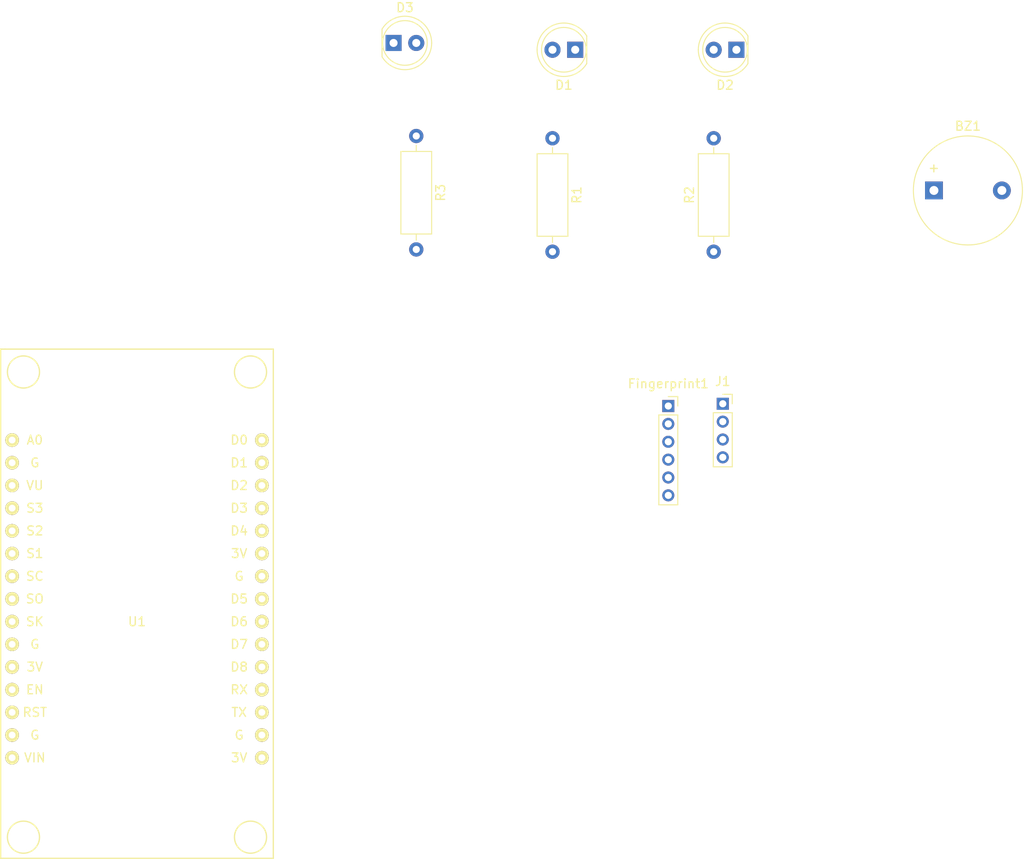
<source format=kicad_pcb>
(kicad_pcb (version 20171130) (host pcbnew "(5.1.2)-2")

  (general
    (thickness 1.6)
    (drawings 0)
    (tracks 0)
    (zones 0)
    (modules 10)
    (nets 34)
  )

  (page A4)
  (layers
    (0 F.Cu signal)
    (31 B.Cu signal)
    (32 B.Adhes user)
    (33 F.Adhes user)
    (34 B.Paste user)
    (35 F.Paste user)
    (36 B.SilkS user)
    (37 F.SilkS user)
    (38 B.Mask user)
    (39 F.Mask user)
    (40 Dwgs.User user)
    (41 Cmts.User user)
    (42 Eco1.User user)
    (43 Eco2.User user)
    (44 Edge.Cuts user)
    (45 Margin user)
    (46 B.CrtYd user)
    (47 F.CrtYd user)
    (48 B.Fab user)
    (49 F.Fab user)
  )

  (setup
    (last_trace_width 0.25)
    (trace_clearance 0.2)
    (zone_clearance 0.508)
    (zone_45_only no)
    (trace_min 0.2)
    (via_size 0.8)
    (via_drill 0.4)
    (via_min_size 0.4)
    (via_min_drill 0.3)
    (uvia_size 0.3)
    (uvia_drill 0.1)
    (uvias_allowed no)
    (uvia_min_size 0.2)
    (uvia_min_drill 0.1)
    (edge_width 0.05)
    (segment_width 0.2)
    (pcb_text_width 0.3)
    (pcb_text_size 1.5 1.5)
    (mod_edge_width 0.12)
    (mod_text_size 1 1)
    (mod_text_width 0.15)
    (pad_size 1.524 1.524)
    (pad_drill 0.762)
    (pad_to_mask_clearance 0.051)
    (solder_mask_min_width 0.25)
    (aux_axis_origin 0 0)
    (visible_elements 7FFFFFFF)
    (pcbplotparams
      (layerselection 0x010fc_ffffffff)
      (usegerberextensions false)
      (usegerberattributes false)
      (usegerberadvancedattributes false)
      (creategerberjobfile false)
      (excludeedgelayer true)
      (linewidth 0.100000)
      (plotframeref false)
      (viasonmask false)
      (mode 1)
      (useauxorigin false)
      (hpglpennumber 1)
      (hpglpenspeed 20)
      (hpglpendiameter 15.000000)
      (psnegative false)
      (psa4output false)
      (plotreference true)
      (plotvalue true)
      (plotinvisibletext false)
      (padsonsilk false)
      (subtractmaskfromsilk false)
      (outputformat 1)
      (mirror false)
      (drillshape 1)
      (scaleselection 1)
      (outputdirectory ""))
  )

  (net 0 "")
  (net 1 "Net-(BZ1-Pad1)")
  (net 2 "Net-(D1-Pad2)")
  (net 3 "Net-(D2-Pad2)")
  (net 4 "Net-(D3-Pad2)")
  (net 5 "Net-(Fingerprint1-Pad5)")
  (net 6 "Net-(Fingerprint1-Pad3)")
  (net 7 "Net-(Fingerprint1-Pad2)")
  (net 8 "Net-(R1-Pad2)")
  (net 9 "Net-(R2-Pad1)")
  (net 10 "Net-(R3-Pad2)")
  (net 11 "Net-(BZ1-Pad2)")
  (net 12 "Net-(Fingerprint1-Pad4)")
  (net 13 "Net-(U1-Pad1)")
  (net 14 "Net-(U1-Pad2)")
  (net 15 "Net-(U1-Pad3)")
  (net 16 "Net-(U1-Pad4)")
  (net 17 "Net-(U1-Pad5)")
  (net 18 "Net-(U1-Pad6)")
  (net 19 "Net-(U1-Pad7)")
  (net 20 "Net-(U1-Pad8)")
  (net 21 "Net-(U1-Pad9)")
  (net 22 "Net-(U1-Pad10)")
  (net 23 "Net-(U1-Pad11)")
  (net 24 "Net-(U1-Pad12)")
  (net 25 "Net-(U1-Pad13)")
  (net 26 "Net-(U1-Pad14)")
  (net 27 "Net-(U1-Pad15)")
  (net 28 "Net-(U1-Pad17)")
  (net 29 "Net-(U1-Pad27)")
  (net 30 "Net-(U1-Pad30)")
  (net 31 "Net-(J1-Pad4)")
  (net 32 "Net-(J1-Pad3)")
  (net 33 "Net-(J1-Pad2)")

  (net_class Default "Это класс цепей по умолчанию."
    (clearance 0.2)
    (trace_width 0.25)
    (via_dia 0.8)
    (via_drill 0.4)
    (uvia_dia 0.3)
    (uvia_drill 0.1)
    (add_net "Net-(J1-Pad2)")
    (add_net "Net-(J1-Pad3)")
    (add_net "Net-(J1-Pad4)")
  )

  (net_class Lit ""
    (clearance 0.2)
    (trace_width 0.4)
    (via_dia 1.2)
    (via_drill 0.8)
    (uvia_dia 0.3)
    (uvia_drill 0.1)
    (add_net "Net-(BZ1-Pad1)")
    (add_net "Net-(BZ1-Pad2)")
    (add_net "Net-(D1-Pad2)")
    (add_net "Net-(D2-Pad2)")
    (add_net "Net-(D3-Pad2)")
    (add_net "Net-(Fingerprint1-Pad2)")
    (add_net "Net-(Fingerprint1-Pad3)")
    (add_net "Net-(Fingerprint1-Pad4)")
    (add_net "Net-(Fingerprint1-Pad5)")
    (add_net "Net-(R1-Pad2)")
    (add_net "Net-(R2-Pad1)")
    (add_net "Net-(R3-Pad2)")
    (add_net "Net-(U1-Pad1)")
    (add_net "Net-(U1-Pad10)")
    (add_net "Net-(U1-Pad11)")
    (add_net "Net-(U1-Pad12)")
    (add_net "Net-(U1-Pad13)")
    (add_net "Net-(U1-Pad14)")
    (add_net "Net-(U1-Pad15)")
    (add_net "Net-(U1-Pad17)")
    (add_net "Net-(U1-Pad2)")
    (add_net "Net-(U1-Pad27)")
    (add_net "Net-(U1-Pad3)")
    (add_net "Net-(U1-Pad30)")
    (add_net "Net-(U1-Pad4)")
    (add_net "Net-(U1-Pad5)")
    (add_net "Net-(U1-Pad6)")
    (add_net "Net-(U1-Pad7)")
    (add_net "Net-(U1-Pad8)")
    (add_net "Net-(U1-Pad9)")
  )

  (module Resistor_THT:R_Axial_DIN0309_L9.0mm_D3.2mm_P12.70mm_Horizontal (layer F.Cu) (tedit 5AE5139B) (tstamp 5D249161)
    (at 61.722 47.498 270)
    (descr "Resistor, Axial_DIN0309 series, Axial, Horizontal, pin pitch=12.7mm, 0.5W = 1/2W, length*diameter=9*3.2mm^2, http://cdn-reichelt.de/documents/datenblatt/B400/1_4W%23YAG.pdf")
    (tags "Resistor Axial_DIN0309 series Axial Horizontal pin pitch 12.7mm 0.5W = 1/2W length 9mm diameter 3.2mm")
    (path /5D14D318)
    (fp_text reference R3 (at 6.35 -2.72 90) (layer F.SilkS)
      (effects (font (size 1 1) (thickness 0.15)))
    )
    (fp_text value R200 (at 6.35 2.72 90) (layer F.Fab)
      (effects (font (size 1 1) (thickness 0.15)))
    )
    (fp_text user %R (at 6.35 0 90) (layer F.Fab)
      (effects (font (size 1 1) (thickness 0.15)))
    )
    (fp_line (start 13.75 -1.85) (end -1.05 -1.85) (layer F.CrtYd) (width 0.05))
    (fp_line (start 13.75 1.85) (end 13.75 -1.85) (layer F.CrtYd) (width 0.05))
    (fp_line (start -1.05 1.85) (end 13.75 1.85) (layer F.CrtYd) (width 0.05))
    (fp_line (start -1.05 -1.85) (end -1.05 1.85) (layer F.CrtYd) (width 0.05))
    (fp_line (start 11.66 0) (end 10.97 0) (layer F.SilkS) (width 0.12))
    (fp_line (start 1.04 0) (end 1.73 0) (layer F.SilkS) (width 0.12))
    (fp_line (start 10.97 -1.72) (end 1.73 -1.72) (layer F.SilkS) (width 0.12))
    (fp_line (start 10.97 1.72) (end 10.97 -1.72) (layer F.SilkS) (width 0.12))
    (fp_line (start 1.73 1.72) (end 10.97 1.72) (layer F.SilkS) (width 0.12))
    (fp_line (start 1.73 -1.72) (end 1.73 1.72) (layer F.SilkS) (width 0.12))
    (fp_line (start 12.7 0) (end 10.85 0) (layer F.Fab) (width 0.1))
    (fp_line (start 0 0) (end 1.85 0) (layer F.Fab) (width 0.1))
    (fp_line (start 10.85 -1.6) (end 1.85 -1.6) (layer F.Fab) (width 0.1))
    (fp_line (start 10.85 1.6) (end 10.85 -1.6) (layer F.Fab) (width 0.1))
    (fp_line (start 1.85 1.6) (end 10.85 1.6) (layer F.Fab) (width 0.1))
    (fp_line (start 1.85 -1.6) (end 1.85 1.6) (layer F.Fab) (width 0.1))
    (pad 2 thru_hole oval (at 12.7 0 270) (size 1.6 1.6) (drill 0.8) (layers *.Cu *.Mask)
      (net 10 "Net-(R3-Pad2)"))
    (pad 1 thru_hole circle (at 0 0 270) (size 1.6 1.6) (drill 0.8) (layers *.Cu *.Mask)
      (net 4 "Net-(D3-Pad2)"))
    (model ${KISYS3DMOD}/Resistor_THT.3dshapes/R_Axial_DIN0309_L9.0mm_D3.2mm_P12.70mm_Horizontal.wrl
      (at (xyz 0 0 0))
      (scale (xyz 1 1 1))
      (rotate (xyz 0 0 0))
    )
  )

  (module Resistor_THT:R_Axial_DIN0309_L9.0mm_D3.2mm_P12.70mm_Horizontal (layer F.Cu) (tedit 5AE5139B) (tstamp 5D24914A)
    (at 94.996 60.452 90)
    (descr "Resistor, Axial_DIN0309 series, Axial, Horizontal, pin pitch=12.7mm, 0.5W = 1/2W, length*diameter=9*3.2mm^2, http://cdn-reichelt.de/documents/datenblatt/B400/1_4W%23YAG.pdf")
    (tags "Resistor Axial_DIN0309 series Axial Horizontal pin pitch 12.7mm 0.5W = 1/2W length 9mm diameter 3.2mm")
    (path /5D14C383)
    (fp_text reference R2 (at 6.35 -2.72 90) (layer F.SilkS)
      (effects (font (size 1 1) (thickness 0.15)))
    )
    (fp_text value R200 (at 6.35 2.72 90) (layer F.Fab)
      (effects (font (size 1 1) (thickness 0.15)))
    )
    (fp_text user %R (at 6.35 0 90) (layer F.Fab)
      (effects (font (size 1 1) (thickness 0.15)))
    )
    (fp_line (start 13.75 -1.85) (end -1.05 -1.85) (layer F.CrtYd) (width 0.05))
    (fp_line (start 13.75 1.85) (end 13.75 -1.85) (layer F.CrtYd) (width 0.05))
    (fp_line (start -1.05 1.85) (end 13.75 1.85) (layer F.CrtYd) (width 0.05))
    (fp_line (start -1.05 -1.85) (end -1.05 1.85) (layer F.CrtYd) (width 0.05))
    (fp_line (start 11.66 0) (end 10.97 0) (layer F.SilkS) (width 0.12))
    (fp_line (start 1.04 0) (end 1.73 0) (layer F.SilkS) (width 0.12))
    (fp_line (start 10.97 -1.72) (end 1.73 -1.72) (layer F.SilkS) (width 0.12))
    (fp_line (start 10.97 1.72) (end 10.97 -1.72) (layer F.SilkS) (width 0.12))
    (fp_line (start 1.73 1.72) (end 10.97 1.72) (layer F.SilkS) (width 0.12))
    (fp_line (start 1.73 -1.72) (end 1.73 1.72) (layer F.SilkS) (width 0.12))
    (fp_line (start 12.7 0) (end 10.85 0) (layer F.Fab) (width 0.1))
    (fp_line (start 0 0) (end 1.85 0) (layer F.Fab) (width 0.1))
    (fp_line (start 10.85 -1.6) (end 1.85 -1.6) (layer F.Fab) (width 0.1))
    (fp_line (start 10.85 1.6) (end 10.85 -1.6) (layer F.Fab) (width 0.1))
    (fp_line (start 1.85 1.6) (end 10.85 1.6) (layer F.Fab) (width 0.1))
    (fp_line (start 1.85 -1.6) (end 1.85 1.6) (layer F.Fab) (width 0.1))
    (pad 2 thru_hole oval (at 12.7 0 90) (size 1.6 1.6) (drill 0.8) (layers *.Cu *.Mask)
      (net 3 "Net-(D2-Pad2)"))
    (pad 1 thru_hole circle (at 0 0 90) (size 1.6 1.6) (drill 0.8) (layers *.Cu *.Mask)
      (net 9 "Net-(R2-Pad1)"))
    (model ${KISYS3DMOD}/Resistor_THT.3dshapes/R_Axial_DIN0309_L9.0mm_D3.2mm_P12.70mm_Horizontal.wrl
      (at (xyz 0 0 0))
      (scale (xyz 1 1 1))
      (rotate (xyz 0 0 0))
    )
  )

  (module Resistor_THT:R_Axial_DIN0309_L9.0mm_D3.2mm_P12.70mm_Horizontal (layer F.Cu) (tedit 5AE5139B) (tstamp 5D249133)
    (at 76.962 47.752 270)
    (descr "Resistor, Axial_DIN0309 series, Axial, Horizontal, pin pitch=12.7mm, 0.5W = 1/2W, length*diameter=9*3.2mm^2, http://cdn-reichelt.de/documents/datenblatt/B400/1_4W%23YAG.pdf")
    (tags "Resistor Axial_DIN0309 series Axial Horizontal pin pitch 12.7mm 0.5W = 1/2W length 9mm diameter 3.2mm")
    (path /5D14CAD3)
    (fp_text reference R1 (at 6.35 -2.72 90) (layer F.SilkS)
      (effects (font (size 1 1) (thickness 0.15)))
    )
    (fp_text value R200 (at 6.35 2.72 90) (layer F.Fab)
      (effects (font (size 1 1) (thickness 0.15)))
    )
    (fp_text user %R (at 6.35 0 270) (layer F.Fab)
      (effects (font (size 1 1) (thickness 0.15)))
    )
    (fp_line (start 13.75 -1.85) (end -1.05 -1.85) (layer F.CrtYd) (width 0.05))
    (fp_line (start 13.75 1.85) (end 13.75 -1.85) (layer F.CrtYd) (width 0.05))
    (fp_line (start -1.05 1.85) (end 13.75 1.85) (layer F.CrtYd) (width 0.05))
    (fp_line (start -1.05 -1.85) (end -1.05 1.85) (layer F.CrtYd) (width 0.05))
    (fp_line (start 11.66 0) (end 10.97 0) (layer F.SilkS) (width 0.12))
    (fp_line (start 1.04 0) (end 1.73 0) (layer F.SilkS) (width 0.12))
    (fp_line (start 10.97 -1.72) (end 1.73 -1.72) (layer F.SilkS) (width 0.12))
    (fp_line (start 10.97 1.72) (end 10.97 -1.72) (layer F.SilkS) (width 0.12))
    (fp_line (start 1.73 1.72) (end 10.97 1.72) (layer F.SilkS) (width 0.12))
    (fp_line (start 1.73 -1.72) (end 1.73 1.72) (layer F.SilkS) (width 0.12))
    (fp_line (start 12.7 0) (end 10.85 0) (layer F.Fab) (width 0.1))
    (fp_line (start 0 0) (end 1.85 0) (layer F.Fab) (width 0.1))
    (fp_line (start 10.85 -1.6) (end 1.85 -1.6) (layer F.Fab) (width 0.1))
    (fp_line (start 10.85 1.6) (end 10.85 -1.6) (layer F.Fab) (width 0.1))
    (fp_line (start 1.85 1.6) (end 10.85 1.6) (layer F.Fab) (width 0.1))
    (fp_line (start 1.85 -1.6) (end 1.85 1.6) (layer F.Fab) (width 0.1))
    (pad 2 thru_hole oval (at 12.7 0 270) (size 1.6 1.6) (drill 0.8) (layers *.Cu *.Mask)
      (net 8 "Net-(R1-Pad2)"))
    (pad 1 thru_hole circle (at 0 0 270) (size 1.6 1.6) (drill 0.8) (layers *.Cu *.Mask)
      (net 2 "Net-(D1-Pad2)"))
    (model ${KISYS3DMOD}/Resistor_THT.3dshapes/R_Axial_DIN0309_L9.0mm_D3.2mm_P12.70mm_Horizontal.wrl
      (at (xyz 0 0 0))
      (scale (xyz 1 1 1))
      (rotate (xyz 0 0 0))
    )
  )

  (module Connector_PinSocket_2.00mm:PinSocket_1x04_P2.00mm_Vertical (layer F.Cu) (tedit 5A19A425) (tstamp 5D24911C)
    (at 96.012 77.47)
    (descr "Through hole straight socket strip, 1x04, 2.00mm pitch, single row (from Kicad 4.0.7), script generated")
    (tags "Through hole socket strip THT 1x04 2.00mm single row")
    (path /5D1914C0)
    (fp_text reference J1 (at 0 -2.5) (layer F.SilkS)
      (effects (font (size 1 1) (thickness 0.15)))
    )
    (fp_text value Conn_01x04_Male (at 0 8.5) (layer F.Fab)
      (effects (font (size 1 1) (thickness 0.15)))
    )
    (fp_text user %R (at 0 3 90) (layer F.Fab)
      (effects (font (size 1 1) (thickness 0.15)))
    )
    (fp_line (start -1.5 7.5) (end -1.5 -1.5) (layer F.CrtYd) (width 0.05))
    (fp_line (start 1.5 7.5) (end -1.5 7.5) (layer F.CrtYd) (width 0.05))
    (fp_line (start 1.5 -1.5) (end 1.5 7.5) (layer F.CrtYd) (width 0.05))
    (fp_line (start -1.5 -1.5) (end 1.5 -1.5) (layer F.CrtYd) (width 0.05))
    (fp_line (start 0 -1.06) (end 1.06 -1.06) (layer F.SilkS) (width 0.12))
    (fp_line (start 1.06 -1.06) (end 1.06 0) (layer F.SilkS) (width 0.12))
    (fp_line (start 1.06 1) (end 1.06 7.06) (layer F.SilkS) (width 0.12))
    (fp_line (start -1.06 7.06) (end 1.06 7.06) (layer F.SilkS) (width 0.12))
    (fp_line (start -1.06 1) (end -1.06 7.06) (layer F.SilkS) (width 0.12))
    (fp_line (start -1.06 1) (end 1.06 1) (layer F.SilkS) (width 0.12))
    (fp_line (start -1 7) (end -1 -1) (layer F.Fab) (width 0.1))
    (fp_line (start 1 7) (end -1 7) (layer F.Fab) (width 0.1))
    (fp_line (start 1 -0.5) (end 1 7) (layer F.Fab) (width 0.1))
    (fp_line (start 0.5 -1) (end 1 -0.5) (layer F.Fab) (width 0.1))
    (fp_line (start -1 -1) (end 0.5 -1) (layer F.Fab) (width 0.1))
    (pad 4 thru_hole oval (at 0 6) (size 1.35 1.35) (drill 0.8) (layers *.Cu *.Mask)
      (net 31 "Net-(J1-Pad4)"))
    (pad 3 thru_hole oval (at 0 4) (size 1.35 1.35) (drill 0.8) (layers *.Cu *.Mask)
      (net 32 "Net-(J1-Pad3)"))
    (pad 2 thru_hole oval (at 0 2) (size 1.35 1.35) (drill 0.8) (layers *.Cu *.Mask)
      (net 33 "Net-(J1-Pad2)"))
    (pad 1 thru_hole rect (at 0 0) (size 1.35 1.35) (drill 0.8) (layers *.Cu *.Mask)
      (net 11 "Net-(BZ1-Pad2)"))
    (model ${KISYS3DMOD}/Connector_PinSocket_2.00mm.3dshapes/PinSocket_1x04_P2.00mm_Vertical.wrl
      (at (xyz 0 0 0))
      (scale (xyz 1 1 1))
      (rotate (xyz 0 0 0))
    )
  )

  (module Connector_PinSocket_2.00mm:PinSocket_1x06_P2.00mm_Vertical (layer F.Cu) (tedit 5A19A421) (tstamp 5D249104)
    (at 89.916 77.724)
    (descr "Through hole straight socket strip, 1x06, 2.00mm pitch, single row (from Kicad 4.0.7), script generated")
    (tags "Through hole socket strip THT 1x06 2.00mm single row")
    (path /5D13B6D8)
    (fp_text reference Fingerprint1 (at 0 -2.5) (layer F.SilkS)
      (effects (font (size 1 1) (thickness 0.15)))
    )
    (fp_text value Conn_01x06_Male (at 0 12.5) (layer F.Fab)
      (effects (font (size 1 1) (thickness 0.15)))
    )
    (fp_text user %R (at 0 5 90) (layer F.Fab)
      (effects (font (size 1 1) (thickness 0.15)))
    )
    (fp_line (start -1.5 11.5) (end -1.5 -1.5) (layer F.CrtYd) (width 0.05))
    (fp_line (start 1.5 11.5) (end -1.5 11.5) (layer F.CrtYd) (width 0.05))
    (fp_line (start 1.5 -1.5) (end 1.5 11.5) (layer F.CrtYd) (width 0.05))
    (fp_line (start -1.5 -1.5) (end 1.5 -1.5) (layer F.CrtYd) (width 0.05))
    (fp_line (start 0 -1.06) (end 1.06 -1.06) (layer F.SilkS) (width 0.12))
    (fp_line (start 1.06 -1.06) (end 1.06 0) (layer F.SilkS) (width 0.12))
    (fp_line (start 1.06 1) (end 1.06 11.06) (layer F.SilkS) (width 0.12))
    (fp_line (start -1.06 11.06) (end 1.06 11.06) (layer F.SilkS) (width 0.12))
    (fp_line (start -1.06 1) (end -1.06 11.06) (layer F.SilkS) (width 0.12))
    (fp_line (start -1.06 1) (end 1.06 1) (layer F.SilkS) (width 0.12))
    (fp_line (start -1 11) (end -1 -1) (layer F.Fab) (width 0.1))
    (fp_line (start 1 11) (end -1 11) (layer F.Fab) (width 0.1))
    (fp_line (start 1 -0.5) (end 1 11) (layer F.Fab) (width 0.1))
    (fp_line (start 0.5 -1) (end 1 -0.5) (layer F.Fab) (width 0.1))
    (fp_line (start -1 -1) (end 0.5 -1) (layer F.Fab) (width 0.1))
    (pad 6 thru_hole oval (at 0 10) (size 1.35 1.35) (drill 0.8) (layers *.Cu *.Mask)
      (net 12 "Net-(Fingerprint1-Pad4)"))
    (pad 5 thru_hole oval (at 0 8) (size 1.35 1.35) (drill 0.8) (layers *.Cu *.Mask)
      (net 5 "Net-(Fingerprint1-Pad5)"))
    (pad 4 thru_hole oval (at 0 6) (size 1.35 1.35) (drill 0.8) (layers *.Cu *.Mask)
      (net 12 "Net-(Fingerprint1-Pad4)"))
    (pad 3 thru_hole oval (at 0 4) (size 1.35 1.35) (drill 0.8) (layers *.Cu *.Mask)
      (net 6 "Net-(Fingerprint1-Pad3)"))
    (pad 2 thru_hole oval (at 0 2) (size 1.35 1.35) (drill 0.8) (layers *.Cu *.Mask)
      (net 7 "Net-(Fingerprint1-Pad2)"))
    (pad 1 thru_hole rect (at 0 0) (size 1.35 1.35) (drill 0.8) (layers *.Cu *.Mask)
      (net 11 "Net-(BZ1-Pad2)"))
    (model ${KISYS3DMOD}/Connector_PinSocket_2.00mm.3dshapes/PinSocket_1x06_P2.00mm_Vertical.wrl
      (at (xyz 0 0 0))
      (scale (xyz 1 1 1))
      (rotate (xyz 0 0 0))
    )
  )

  (module LED_THT:LED_D5.0mm_Clear (layer F.Cu) (tedit 5A6C9BC0) (tstamp 5D2490EA)
    (at 59.182 37.084)
    (descr "LED, diameter 5.0mm, 2 pins, http://cdn-reichelt.de/documents/datenblatt/A500/LL-504BC2E-009.pdf")
    (tags "LED diameter 5.0mm 2 pins")
    (path /5D146EF0)
    (fp_text reference D3 (at 1.27 -3.96) (layer F.SilkS)
      (effects (font (size 1 1) (thickness 0.15)))
    )
    (fp_text value LED_BLUE (at 1.27 3.96) (layer F.Fab)
      (effects (font (size 1 1) (thickness 0.15)))
    )
    (fp_arc (start 1.27 0) (end -1.29 1.54483) (angle -148.9) (layer F.SilkS) (width 0.12))
    (fp_arc (start 1.27 0) (end -1.29 -1.54483) (angle 148.9) (layer F.SilkS) (width 0.12))
    (fp_arc (start 1.27 0) (end -1.23 -1.469694) (angle 299.1) (layer F.Fab) (width 0.1))
    (fp_circle (center 1.27 0) (end 3.77 0) (layer F.SilkS) (width 0.12))
    (fp_circle (center 1.27 0) (end 3.77 0) (layer F.Fab) (width 0.1))
    (fp_line (start 4.5 -3.25) (end -1.95 -3.25) (layer F.CrtYd) (width 0.05))
    (fp_line (start 4.5 3.25) (end 4.5 -3.25) (layer F.CrtYd) (width 0.05))
    (fp_line (start -1.95 3.25) (end 4.5 3.25) (layer F.CrtYd) (width 0.05))
    (fp_line (start -1.95 -3.25) (end -1.95 3.25) (layer F.CrtYd) (width 0.05))
    (fp_line (start -1.29 -1.545) (end -1.29 1.545) (layer F.SilkS) (width 0.12))
    (fp_line (start -1.23 -1.469694) (end -1.23 1.469694) (layer F.Fab) (width 0.1))
    (fp_text user %R (at 1.25 0) (layer F.Fab)
      (effects (font (size 0.8 0.8) (thickness 0.2)))
    )
    (pad 2 thru_hole circle (at 2.54 0) (size 1.8 1.8) (drill 0.9) (layers *.Cu *.Mask)
      (net 4 "Net-(D3-Pad2)"))
    (pad 1 thru_hole rect (at 0 0) (size 1.8 1.8) (drill 0.9) (layers *.Cu *.Mask)
      (net 11 "Net-(BZ1-Pad2)"))
    (model ${KISYS3DMOD}/LED_THT.3dshapes/LED_D5.0mm_Clear.wrl
      (at (xyz 0 0 0))
      (scale (xyz 1 1 1))
      (rotate (xyz 0 0 0))
    )
  )

  (module LED_THT:LED_D5.0mm_Clear (layer F.Cu) (tedit 5A6C9BC0) (tstamp 5D2490D8)
    (at 97.536 37.846 180)
    (descr "LED, diameter 5.0mm, 2 pins, http://cdn-reichelt.de/documents/datenblatt/A500/LL-504BC2E-009.pdf")
    (tags "LED diameter 5.0mm 2 pins")
    (path /5D146A44)
    (fp_text reference D2 (at 1.27 -3.96) (layer F.SilkS)
      (effects (font (size 1 1) (thickness 0.15)))
    )
    (fp_text value LED_GREEN (at 1.27 3.96) (layer F.Fab)
      (effects (font (size 1 1) (thickness 0.15)))
    )
    (fp_arc (start 1.27 0) (end -1.29 1.54483) (angle -148.9) (layer F.SilkS) (width 0.12))
    (fp_arc (start 1.27 0) (end -1.29 -1.54483) (angle 148.9) (layer F.SilkS) (width 0.12))
    (fp_arc (start 1.27 0) (end -1.23 -1.469694) (angle 299.1) (layer F.Fab) (width 0.1))
    (fp_circle (center 1.27 0) (end 3.77 0) (layer F.SilkS) (width 0.12))
    (fp_circle (center 1.27 0) (end 3.77 0) (layer F.Fab) (width 0.1))
    (fp_line (start 4.5 -3.25) (end -1.95 -3.25) (layer F.CrtYd) (width 0.05))
    (fp_line (start 4.5 3.25) (end 4.5 -3.25) (layer F.CrtYd) (width 0.05))
    (fp_line (start -1.95 3.25) (end 4.5 3.25) (layer F.CrtYd) (width 0.05))
    (fp_line (start -1.95 -3.25) (end -1.95 3.25) (layer F.CrtYd) (width 0.05))
    (fp_line (start -1.29 -1.545) (end -1.29 1.545) (layer F.SilkS) (width 0.12))
    (fp_line (start -1.23 -1.469694) (end -1.23 1.469694) (layer F.Fab) (width 0.1))
    (fp_text user %R (at 1.25 0) (layer F.Fab)
      (effects (font (size 0.8 0.8) (thickness 0.2)))
    )
    (pad 2 thru_hole circle (at 2.54 0 180) (size 1.8 1.8) (drill 0.9) (layers *.Cu *.Mask)
      (net 3 "Net-(D2-Pad2)"))
    (pad 1 thru_hole rect (at 0 0 180) (size 1.8 1.8) (drill 0.9) (layers *.Cu *.Mask)
      (net 11 "Net-(BZ1-Pad2)"))
    (model ${KISYS3DMOD}/LED_THT.3dshapes/LED_D5.0mm_Clear.wrl
      (at (xyz 0 0 0))
      (scale (xyz 1 1 1))
      (rotate (xyz 0 0 0))
    )
  )

  (module LED_THT:LED_D5.0mm_Clear (layer F.Cu) (tedit 5A6C9BC0) (tstamp 5D2490C6)
    (at 79.502 37.846 180)
    (descr "LED, diameter 5.0mm, 2 pins, http://cdn-reichelt.de/documents/datenblatt/A500/LL-504BC2E-009.pdf")
    (tags "LED diameter 5.0mm 2 pins")
    (path /5D14613A)
    (fp_text reference D1 (at 1.27 -3.96) (layer F.SilkS)
      (effects (font (size 1 1) (thickness 0.15)))
    )
    (fp_text value LED_RED (at 1.27 3.96) (layer F.Fab)
      (effects (font (size 1 1) (thickness 0.15)))
    )
    (fp_arc (start 1.27 0) (end -1.29 1.54483) (angle -148.9) (layer F.SilkS) (width 0.12))
    (fp_arc (start 1.27 0) (end -1.29 -1.54483) (angle 148.9) (layer F.SilkS) (width 0.12))
    (fp_arc (start 1.27 0) (end -1.23 -1.469694) (angle 299.1) (layer F.Fab) (width 0.1))
    (fp_circle (center 1.27 0) (end 3.77 0) (layer F.SilkS) (width 0.12))
    (fp_circle (center 1.27 0) (end 3.77 0) (layer F.Fab) (width 0.1))
    (fp_line (start 4.5 -3.25) (end -1.95 -3.25) (layer F.CrtYd) (width 0.05))
    (fp_line (start 4.5 3.25) (end 4.5 -3.25) (layer F.CrtYd) (width 0.05))
    (fp_line (start -1.95 3.25) (end 4.5 3.25) (layer F.CrtYd) (width 0.05))
    (fp_line (start -1.95 -3.25) (end -1.95 3.25) (layer F.CrtYd) (width 0.05))
    (fp_line (start -1.29 -1.545) (end -1.29 1.545) (layer F.SilkS) (width 0.12))
    (fp_line (start -1.23 -1.469694) (end -1.23 1.469694) (layer F.Fab) (width 0.1))
    (fp_text user %R (at 1.25 0) (layer F.Fab)
      (effects (font (size 0.8 0.8) (thickness 0.2)))
    )
    (pad 2 thru_hole circle (at 2.54 0 180) (size 1.8 1.8) (drill 0.9) (layers *.Cu *.Mask)
      (net 2 "Net-(D1-Pad2)"))
    (pad 1 thru_hole rect (at 0 0 180) (size 1.8 1.8) (drill 0.9) (layers *.Cu *.Mask)
      (net 11 "Net-(BZ1-Pad2)"))
    (model ${KISYS3DMOD}/LED_THT.3dshapes/LED_D5.0mm_Clear.wrl
      (at (xyz 0 0 0))
      (scale (xyz 1 1 1))
      (rotate (xyz 0 0 0))
    )
  )

  (module Buzzer_Beeper:Buzzer_12x9.5RM7.6 (layer F.Cu) (tedit 5A030281) (tstamp 5D2490B4)
    (at 119.634 53.594)
    (descr "Generic Buzzer, D12mm height 9.5mm with RM7.6mm")
    (tags buzzer)
    (path /5D14524E)
    (fp_text reference BZ1 (at 3.8 -7.2) (layer F.SilkS)
      (effects (font (size 1 1) (thickness 0.15)))
    )
    (fp_text value Buzzer (at 3.8 7.4) (layer F.Fab)
      (effects (font (size 1 1) (thickness 0.15)))
    )
    (fp_circle (center 3.8 0) (end 9.9 0) (layer F.SilkS) (width 0.12))
    (fp_circle (center 3.8 0) (end 4.8 0) (layer F.Fab) (width 0.1))
    (fp_circle (center 3.8 0) (end 9.8 0) (layer F.Fab) (width 0.1))
    (fp_circle (center 3.8 0) (end 10.05 0) (layer F.CrtYd) (width 0.05))
    (fp_text user %R (at 3.8 -4) (layer F.Fab)
      (effects (font (size 1 1) (thickness 0.15)))
    )
    (fp_text user + (at -0.01 -2.54) (layer F.SilkS)
      (effects (font (size 1 1) (thickness 0.15)))
    )
    (fp_text user + (at -0.01 -2.54) (layer F.Fab)
      (effects (font (size 1 1) (thickness 0.15)))
    )
    (pad 2 thru_hole circle (at 7.6 0) (size 2 2) (drill 1) (layers *.Cu *.Mask)
      (net 11 "Net-(BZ1-Pad2)"))
    (pad 1 thru_hole rect (at 0 0) (size 2 2) (drill 1) (layers *.Cu *.Mask)
      (net 1 "Net-(BZ1-Pad1)"))
    (model ${KISYS3DMOD}/Buzzer_Beeper.3dshapes/Buzzer_12x9.5RM7.6.wrl
      (at (xyz 0 0 0))
      (scale (xyz 1 1 1))
      (rotate (xyz 0 0 0))
    )
  )

  (module Module:NodeMCU-LoLinV3 (layer F.Cu) (tedit 5D135A47) (tstamp 5D13C2AE)
    (at 30.48 101.854)
    (path /5D13FBDB)
    (fp_text reference U1 (at 0 0) (layer F.SilkS)
      (effects (font (size 1 1) (thickness 0.15)))
    )
    (fp_text value NodeMCU_v3 (at 0 -29.21) (layer F.Fab)
      (effects (font (size 1 1) (thickness 0.15)))
    )
    (fp_text user VIN (at -11.43 15.24) (layer F.SilkS)
      (effects (font (size 1 1) (thickness 0.15)))
    )
    (fp_text user G (at -11.43 12.7) (layer F.SilkS)
      (effects (font (size 1 1) (thickness 0.15)))
    )
    (fp_text user RST (at -11.43 10.16) (layer F.SilkS)
      (effects (font (size 1 1) (thickness 0.15)))
    )
    (fp_text user EN (at -11.43 7.62) (layer F.SilkS)
      (effects (font (size 1 1) (thickness 0.15)))
    )
    (fp_text user 3V (at -11.43 5.08) (layer F.SilkS)
      (effects (font (size 1 1) (thickness 0.15)))
    )
    (fp_text user G (at -11.43 2.54) (layer F.SilkS)
      (effects (font (size 1 1) (thickness 0.15)))
    )
    (fp_text user SK (at -11.43 0) (layer F.SilkS)
      (effects (font (size 1 1) (thickness 0.15)))
    )
    (fp_text user SO (at -11.43 -2.54) (layer F.SilkS)
      (effects (font (size 1 1) (thickness 0.15)))
    )
    (fp_text user SC (at -11.43 -5.08) (layer F.SilkS)
      (effects (font (size 1 1) (thickness 0.15)))
    )
    (fp_text user S1 (at -11.43 -7.62) (layer F.SilkS)
      (effects (font (size 1 1) (thickness 0.15)))
    )
    (fp_text user S2 (at -11.43 -10.16) (layer F.SilkS)
      (effects (font (size 1 1) (thickness 0.15)))
    )
    (fp_text user S3 (at -11.43 -12.7) (layer F.SilkS)
      (effects (font (size 1 1) (thickness 0.15)))
    )
    (fp_text user VU (at -11.43 -15.24) (layer F.SilkS)
      (effects (font (size 1 1) (thickness 0.15)))
    )
    (fp_text user G (at -11.43 -17.78) (layer F.SilkS)
      (effects (font (size 1 1) (thickness 0.15)))
    )
    (fp_text user A0 (at -11.43 -20.32) (layer F.SilkS)
      (effects (font (size 1 1) (thickness 0.15)))
    )
    (fp_text user 3V (at 11.43 15.24) (layer F.SilkS)
      (effects (font (size 1 1) (thickness 0.15)))
    )
    (fp_text user G (at 11.43 12.7) (layer F.SilkS)
      (effects (font (size 1 1) (thickness 0.15)))
    )
    (fp_text user TX (at 11.43 10.16) (layer F.SilkS)
      (effects (font (size 1 1) (thickness 0.15)))
    )
    (fp_text user RX (at 11.43 7.62) (layer F.SilkS)
      (effects (font (size 1 1) (thickness 0.15)))
    )
    (fp_text user D8 (at 11.43 5.08) (layer F.SilkS)
      (effects (font (size 1 1) (thickness 0.15)))
    )
    (fp_text user D7 (at 11.43 2.54) (layer F.SilkS)
      (effects (font (size 1 1) (thickness 0.15)))
    )
    (fp_text user D6 (at 11.43 0) (layer F.SilkS)
      (effects (font (size 1 1) (thickness 0.15)))
    )
    (fp_text user D5 (at 11.43 -2.54) (layer F.SilkS)
      (effects (font (size 1 1) (thickness 0.15)))
    )
    (fp_text user G (at 11.43 -5.08) (layer F.SilkS)
      (effects (font (size 1 1) (thickness 0.15)))
    )
    (fp_text user 3V (at 11.43 -7.62) (layer F.SilkS)
      (effects (font (size 1 1) (thickness 0.15)))
    )
    (fp_text user D4 (at 11.43 -10.16) (layer F.SilkS)
      (effects (font (size 1 1) (thickness 0.15)))
    )
    (fp_text user D3 (at 11.43 -12.7) (layer F.SilkS)
      (effects (font (size 1 1) (thickness 0.15)))
    )
    (fp_text user D2 (at 11.43 -15.24) (layer F.SilkS)
      (effects (font (size 1 1) (thickness 0.15)))
    )
    (fp_text user D1 (at 11.43 -17.78) (layer F.SilkS)
      (effects (font (size 1 1) (thickness 0.15)))
    )
    (fp_text user D0 (at 11.43 -20.32) (layer F.SilkS)
      (effects (font (size 1 1) (thickness 0.15)))
    )
    (fp_circle (center 12.7 24.13) (end 13.97 22.86) (layer F.SilkS) (width 0.15))
    (fp_circle (center -12.7 24.13) (end -11.43 22.86) (layer F.SilkS) (width 0.15))
    (fp_circle (center -12.7 -27.94) (end -11.43 -29.21) (layer F.SilkS) (width 0.15))
    (fp_circle (center 12.7 -27.94) (end 13.97 -29.21) (layer F.SilkS) (width 0.15))
    (fp_line (start 15.25 -30.5) (end -14.75 -30.5) (layer F.SilkS) (width 0.15))
    (fp_line (start -14.75 -30.5) (end -15.25 -30.5) (layer F.SilkS) (width 0.15))
    (fp_line (start -15.25 -30.5) (end -15.25 26.5) (layer F.SilkS) (width 0.15))
    (fp_line (start -15.25 26.5) (end 15.25 26.5) (layer F.SilkS) (width 0.15))
    (fp_line (start 15.25 26.5) (end 15.25 -30.5) (layer F.SilkS) (width 0.15))
    (pad 1 thru_hole circle (at -13.97 -20.32) (size 1.524 1.524) (drill 0.762) (layers *.Cu *.Mask F.SilkS)
      (net 13 "Net-(U1-Pad1)"))
    (pad 2 thru_hole circle (at -13.97 -17.78) (size 1.524 1.524) (drill 0.762) (layers *.Cu *.Mask F.SilkS)
      (net 14 "Net-(U1-Pad2)"))
    (pad 3 thru_hole circle (at -13.97 -15.24) (size 1.524 1.524) (drill 0.762) (layers *.Cu *.Mask F.SilkS)
      (net 15 "Net-(U1-Pad3)"))
    (pad 4 thru_hole circle (at -13.97 -12.7) (size 1.524 1.524) (drill 0.762) (layers *.Cu *.Mask F.SilkS)
      (net 16 "Net-(U1-Pad4)"))
    (pad 5 thru_hole circle (at -13.97 -10.16) (size 1.524 1.524) (drill 0.762) (layers *.Cu *.Mask F.SilkS)
      (net 17 "Net-(U1-Pad5)"))
    (pad 6 thru_hole circle (at -13.97 -7.62) (size 1.524 1.524) (drill 0.762) (layers *.Cu *.Mask F.SilkS)
      (net 18 "Net-(U1-Pad6)"))
    (pad 7 thru_hole circle (at -13.97 -5.08) (size 1.524 1.524) (drill 0.762) (layers *.Cu *.Mask F.SilkS)
      (net 19 "Net-(U1-Pad7)"))
    (pad 8 thru_hole circle (at -13.97 -2.54) (size 1.524 1.524) (drill 0.762) (layers *.Cu *.Mask F.SilkS)
      (net 20 "Net-(U1-Pad8)"))
    (pad 9 thru_hole circle (at -13.97 0) (size 1.524 1.524) (drill 0.762) (layers *.Cu *.Mask F.SilkS)
      (net 21 "Net-(U1-Pad9)"))
    (pad 10 thru_hole circle (at -13.97 2.54) (size 1.524 1.524) (drill 0.762) (layers *.Cu *.Mask F.SilkS)
      (net 22 "Net-(U1-Pad10)"))
    (pad 11 thru_hole circle (at -13.97 5.08) (size 1.524 1.524) (drill 0.762) (layers *.Cu *.Mask F.SilkS)
      (net 23 "Net-(U1-Pad11)"))
    (pad 12 thru_hole circle (at -13.97 7.62) (size 1.524 1.524) (drill 0.762) (layers *.Cu *.Mask F.SilkS)
      (net 24 "Net-(U1-Pad12)"))
    (pad 13 thru_hole circle (at -13.97 10.16) (size 1.524 1.524) (drill 0.762) (layers *.Cu *.Mask F.SilkS)
      (net 25 "Net-(U1-Pad13)"))
    (pad 14 thru_hole circle (at -13.97 12.7) (size 1.524 1.524) (drill 0.762) (layers *.Cu *.Mask F.SilkS)
      (net 26 "Net-(U1-Pad14)"))
    (pad 15 thru_hole circle (at -13.97 15.24) (size 1.524 1.524) (drill 0.762) (layers *.Cu *.Mask F.SilkS)
      (net 27 "Net-(U1-Pad15)"))
    (pad 16 thru_hole circle (at 13.97 15.24) (size 1.524 1.524) (drill 0.762) (layers *.Cu *.Mask F.SilkS)
      (net 12 "Net-(Fingerprint1-Pad4)"))
    (pad 17 thru_hole circle (at 13.97 12.7) (size 1.524 1.524) (drill 0.762) (layers *.Cu *.Mask F.SilkS)
      (net 28 "Net-(U1-Pad17)"))
    (pad 18 thru_hole circle (at 13.97 10.16) (size 1.524 1.524) (drill 0.762) (layers *.Cu *.Mask F.SilkS)
      (net 7 "Net-(Fingerprint1-Pad2)"))
    (pad 19 thru_hole circle (at 13.97 7.62) (size 1.524 1.524) (drill 0.762) (layers *.Cu *.Mask F.SilkS)
      (net 6 "Net-(Fingerprint1-Pad3)"))
    (pad 20 thru_hole circle (at 13.97 5.08) (size 1.524 1.524) (drill 0.762) (layers *.Cu *.Mask F.SilkS)
      (net 10 "Net-(R3-Pad2)"))
    (pad 21 thru_hole circle (at 13.97 2.54) (size 1.524 1.524) (drill 0.762) (layers *.Cu *.Mask F.SilkS)
      (net 5 "Net-(Fingerprint1-Pad5)"))
    (pad 22 thru_hole circle (at 13.97 0) (size 1.524 1.524) (drill 0.762) (layers *.Cu *.Mask F.SilkS)
      (net 1 "Net-(BZ1-Pad1)"))
    (pad 23 thru_hole circle (at 13.97 -2.54) (size 1.524 1.524) (drill 0.762) (layers *.Cu *.Mask F.SilkS)
      (net 9 "Net-(R2-Pad1)"))
    (pad 24 thru_hole circle (at 13.97 -5.08) (size 1.524 1.524) (drill 0.762) (layers *.Cu *.Mask F.SilkS)
      (net 11 "Net-(BZ1-Pad2)"))
    (pad 25 thru_hole circle (at 13.97 -7.62) (size 1.524 1.524) (drill 0.762) (layers *.Cu *.Mask F.SilkS)
      (net 33 "Net-(J1-Pad2)"))
    (pad 26 thru_hole circle (at 13.97 -10.16) (size 1.524 1.524) (drill 0.762) (layers *.Cu *.Mask F.SilkS)
      (net 8 "Net-(R1-Pad2)"))
    (pad 27 thru_hole circle (at 13.97 -12.7) (size 1.524 1.524) (drill 0.762) (layers *.Cu *.Mask F.SilkS)
      (net 29 "Net-(U1-Pad27)"))
    (pad 28 thru_hole circle (at 13.97 -15.24) (size 1.524 1.524) (drill 0.762) (layers *.Cu *.Mask F.SilkS)
      (net 31 "Net-(J1-Pad4)"))
    (pad 29 thru_hole circle (at 13.97 -17.78) (size 1.524 1.524) (drill 0.762) (layers *.Cu *.Mask F.SilkS)
      (net 32 "Net-(J1-Pad3)"))
    (pad 30 thru_hole circle (at 13.97 -20.32) (size 1.524 1.524) (drill 0.762) (layers *.Cu *.Mask F.SilkS)
      (net 30 "Net-(U1-Pad30)"))
  )

)

</source>
